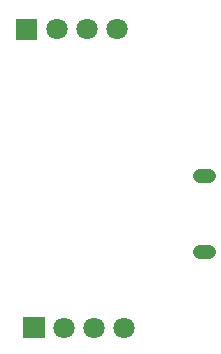
<source format=gbs>
G04 Layer: BottomSolderMaskLayer*
G04 EasyEDA v6.4.31, 2022-03-03 13:31:49*
G04 40e5de87a7664572b24e6dd0e93d503d,d021fe9ff0164b2b908f64b513dd86bf,10*
G04 Gerber Generator version 0.2*
G04 Scale: 100 percent, Rotated: No, Reflected: No *
G04 Dimensions in millimeters *
G04 leading zeros omitted , absolute positions ,4 integer and 5 decimal *
%FSLAX45Y45*%
%MOMM*%

%ADD39C,1.2000*%
%ADD57C,1.8016*%

%LPD*%
D39*
X5122494Y5349214D02*
G01*
X5052494Y5349214D01*
X5122494Y4709210D02*
G01*
X5052494Y4709210D01*
G36*
X3554729Y3973829D02*
G01*
X3554729Y4154170D01*
X3735070Y4154170D01*
X3735070Y3973829D01*
G37*
D57*
G01*
X3898900Y4064000D03*
G01*
X4152900Y4064000D03*
G01*
X4406900Y4064000D03*
G36*
X3491229Y6501129D02*
G01*
X3491229Y6681470D01*
X3671570Y6681470D01*
X3671570Y6501129D01*
G37*
G01*
X3835400Y6591300D03*
G01*
X4089400Y6591300D03*
G01*
X4343400Y6591300D03*
M02*

</source>
